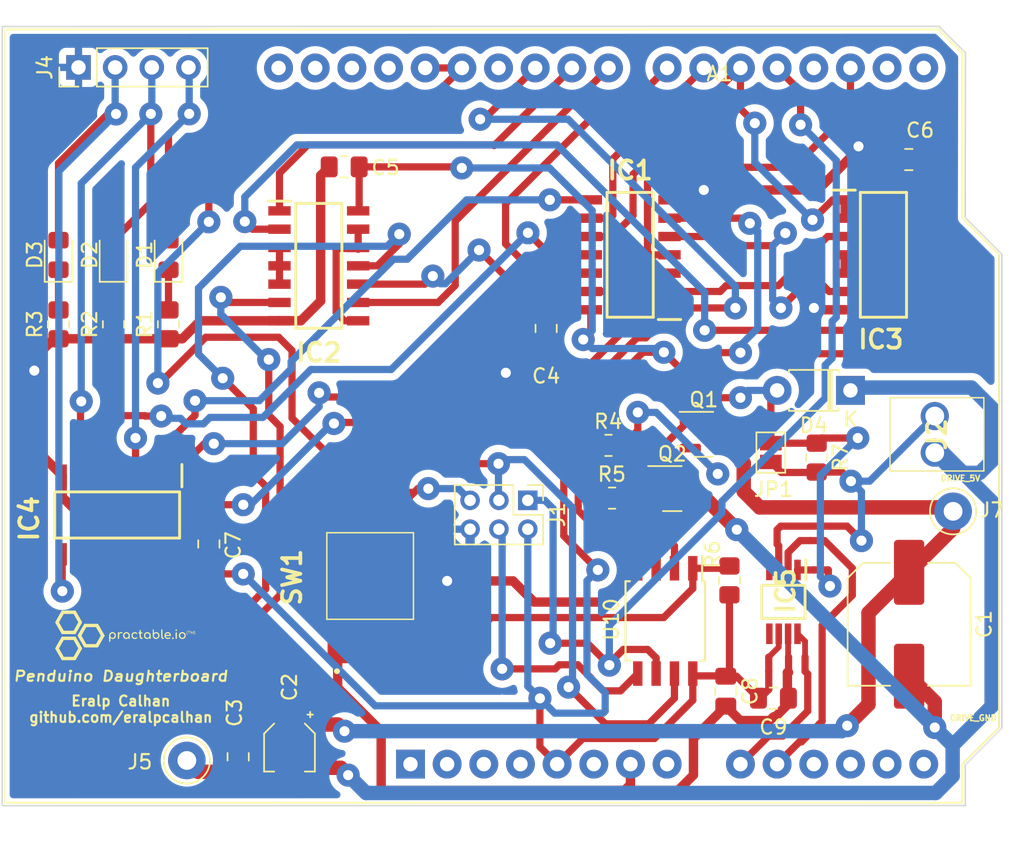
<source format=kicad_pcb>
(kicad_pcb (version 20211014) (generator pcbnew)
  (title_block (title "Driver Daughterboard") (date "2022-06-15") (rev "0"))
  (layers (0 "F.Cu" signal) (31 "B.Cu" signal) (34 "B.Paste" user) (35 "F.Paste" user) (36 "B.SilkS" user "B.Silkscreen") (37 "F.SilkS" user "F.Silkscreen") (38 "B.Mask" user) (39 "F.Mask" user) (44 "Edge.Cuts" user))
  (net 0 "")
  (net 1 "Net-(D1-Pad1)")
  (net 2 "OR_OUT_1")
  (net 3 "Net-(D2-Pad1)")
  (net 4 "OR_OUT_2")
  (net 5 "Net-(D3-Pad1)")
  (net 6 "OR_OUT_3")
  (net 7 "SUP_LED_1")
  (net 8 "INV_1")
  (net 9 "AND_SUP_LED_1")
  (net 10 "SUP_LED_2")
  (net 11 "INV_2")
  (net 12 "AND_SUP_LED_2")
  (net 13 "AND_STU_LED_1")
  (net 14 "STU_LED_1")
  (net 15 "AND_STU_LED_2")
  (net 16 "STU_LED_2")
  (net 17 "SUP_LED_3")
  (net 18 "INV_3")
  (net 19 "Net-(IC2-Pad3)")
  (net 20 "AND_SUP_LED_3")
  (net 21 "Net-(IC2-Pad12)")
  (net 22 "STU_LED_3")
  (net 23 "AND_STU_LED_3")
  (net 30 "Net-(J1-Pad4)")
  (net 31 "Net-(Q1-Pad2)")
  (net 32 "LOAD_MCU")
  (net 51 "Net-(J1-Pad5)")
  (net 52 "DRIVE_MCU")
  (net 53 "STUDENT_ENABLE")
  (net 54 "Net-(Q2-Pad2)")
  (net 55 "D_5V")
  (net 56 "D_GND")
  (net 57 "CURRENT_SENSE_OUT")
  (net 58 "LOAD_INPUT")
  (net 59 "DRIVE_INPUT")
  (net 60 "DRIVE_5V")
  (net 61 "DRIVE_GND")
  (net 62 "Net-(D4-Pad2)")
  (net 63 "Net-(IC5-Pad3)")
  (net 66 "CURRENT_SIGN_OUT")
  (net 67 "Net-(IC5-Pad6)")
  (net 68 "Net-(IC5-Pad1)")
  (net 69 "Net-(IC5-Pad2)")
  (net 70 "Net-(IC5-Pad7)")
  (net 71 "Net-(IC5-Pad8)")
  (net 72 "Net-(J2-Pad2)")
  (footprint "Resistor_SMD:R_0805_2012Metric_Pad1.20x1.40mm_HandSolder" (layer "F.Cu") (at 94.996 75.431 90)
    (fp_text reference "R3")
    (fp_text value "120")
  )
  (footprint "Package_TO_SOT_SMD:SOT-23" (layer "F.Cu") (at 137.5156 86.8172)
    (fp_text reference "Q2")
    (fp_text value "BC547")
  )
  (footprint "Connector_PinHeader_2.54mm:PinHeader_1x04_P2.54mm_Vertical" (layer "F.Cu") (at 96.38 57.62 90)
    (fp_text reference "J4")
    (fp_text value "Conn_01x04")
  )
  (footprint "NetTie:NetTie-2_SMD_Pad0.5mm" (layer "F.Cu") (at 144.201 98.994 -90)
    (fp_text reference "NT1" hide)
    (fp_text value "NetTie_2")
  )
  (footprint "ICPINS:SOIC127P600X175-14N" (layer "F.Cu") (at 152.146 70.612)
    (fp_text reference "IC3")
    (fp_text value "NAND (Used as Inverter)" hide)
  )
  (footprint "NetTie:NetTie-2_SMD_Pad0.5mm" (layer "F.Cu") (at 145.5726 98.986 -90)
    (fp_text reference "NT2" hide)
    (fp_text value "NetTie_2")
  )
  (footprint "ICPINS:SOIC127P600X175-14N" (layer "F.Cu") (at 113.03 71.374)
    (fp_text reference "IC2")
    (fp_text value "NAND (Used as AND)" hide)
  )
  (footprint "Capacitor_SMD:C_0805_2012Metric_Pad1.18x1.45mm_HandSolder" (layer "F.Cu") (at 141.224 100.8595 -90)
    (fp_text reference "C8")
    (fp_text value "100nF")
  )
  (footprint "Package_TO_SOT_SMD:SOT-23" (layer "F.Cu") (at 139.7 83.058)
    (fp_text reference "Q1")
    (fp_text value "BC557")
  )
  (footprint "Resistor_SMD:R_0805_2012Metric_Pad1.20x1.40mm_HandSolder" (layer "F.Cu") (at 98.806 75.431 90)
    (fp_text reference "R2")
    (fp_text value "120")
  )
  (footprint "Capacitor_SMD:C_0805_2012Metric_Pad1.18x1.45mm_HandSolder" (layer "F.Cu") (at 107.442 105.41 -90)
    (fp_text reference "C3")
    (fp_text value "0.1u")
  )
  (footprint "Jumper:SolderJumper-2_P1.3mm_Open_Pad1.0x1.5mm" (layer "F.Cu") (at 144.345739 84.318761 -90)
    (fp_text reference "JP1")
    (fp_text value "Shunt Bypass")
  )
  (footprint "Resistor_SMD:R_0805_2012Metric_Pad1.20x1.40mm_HandSolder" (layer "F.Cu") (at 147.520739 84.668761 -90)
    (fp_text reference "R7")
    (fp_text value "10R")
  )
  (footprint "Capacitor_SMD:C_0805_2012Metric_Pad1.18x1.45mm_HandSolder" (layer "F.Cu") (at 144.526 101.346)
    (fp_text reference "C9")
    (fp_text value "0.1uF")
  )
  (footprint "Connector_PinHeader_2.00mm:PinHeader_2x03_P2.00mm_Vertical" (layer "F.Cu") (at 127.508 87.63 -90)
    (fp_text reference "J1")
    (fp_text value "AVR-ISP-6")
  )
  (footprint "LED_SMD:LED_0805_2012Metric_Pad1.15x1.40mm_HandSolder" (layer "F.Cu") (at 102.616 70.621 90)
    (fp_text reference "D1")
    (fp_text value "LED")
  )
  (footprint "Capacitor_SMD:CP_Elec_3x5.3" (layer "F.Cu") (at 110.998 104.672 -90)
    (fp_text reference "C2")
    (fp_text value "10u")
  )
  (footprint "LED_SMD:LED_0805_2012Metric_Pad1.15x1.40mm_HandSolder" (layer "F.Cu") (at 94.996 70.621 90)
    (fp_text reference "D3")
    (fp_text value "LED")
  )
  (footprint "Diode_THT:D_T-1_P5.08mm_Horizontal" (layer "F.Cu") (at 149.86 80.01 180)
    (fp_text reference "D4")
    (fp_text value "1N4002")
  )
  (footprint "Resistor_SMD:R_0805_2012Metric_Pad1.20x1.40mm_HandSolder" (layer "F.Cu") (at 141.478 93.1805 -90)
    (fp_text reference "R6")
    (fp_text value "100k")
  )
  (footprint "NetTie:NetTie-2_SMD_Pad0.5mm" (layer "F.Cu") (at 144.78 90.17 -90)
    (fp_text reference "NT4" hide)
    (fp_text value "NetTie_2")
  )
  (footprint "LED_SMD:LED_0805_2012Metric_Pad1.15x1.40mm_HandSolder" (layer "F.Cu") (at 98.806 70.621 90)
    (fp_text reference "D2")
    (fp_text value "LED")
  )
  (footprint "000_Graphics_Immo:practactable.io_text_10x4" (layer "F.Cu") (at 99.568 97.028)
    (fp_text reference "G***" hide)
    (fp_text value "LOGO" hide)
  )
  (footprint "Capacitor_SMD:C_0805_2012Metric_Pad1.18x1.45mm_HandSolder" (layer "F.Cu") (at 114.7865 64.516 180)
    (fp_text reference "C5")
    (fp_text value "100nF")
  )
  (footprint "Package_SO:SOIC-8W_5.3x5.3mm_P1.27mm" (layer "F.Cu") (at 137.033 95.9905 -90)
    (fp_text reference "U10")
    (fp_text value "ATtiny85-20S")
  )
  (footprint "Audio_Module:Infineon Motor Sheild hiddenPins" (layer "F.Cu") (at 99.695 86.233 90)
    (fp_text reference "A1")
    (fp_text value "Infineon Motor Shield MOD" hide)
  )
  (footprint "Capacitor_SMD:C_0805_2012Metric_Pad1.18x1.45mm_HandSolder" (layer "F.Cu") (at 128.778 75.7135 -90)
    (fp_text reference "C4")
    (fp_text value "100nF")
  )
  (footprint "Capacitor_SMD:C_0805_2012Metric_Pad1.18x1.45mm_HandSolder" (layer "F.Cu") (at 105.41 90.6565 90)
    (fp_text reference "C7")
    (fp_text value "100nF")
  )
  (footprint "ICPINS:SOIC127P600X175-14N" (layer "F.Cu") (at 99.06 88.646 -90)
    (fp_text reference "IC4")
    (fp_text value "OR " hide)
  )
  (footprint "Resistor_SMD:R_0805_2012Metric_Pad1.20x1.40mm_HandSolder" (layer "F.Cu") (at 133.35 87.478761 180)
    (fp_text reference "R5")
    (fp_text value "2k2")
  )
  (footprint "Resistor_SMD:R_0805_2012Metric_Pad1.20x1.40mm_HandSolder" (layer "F.Cu") (at 133.096 83.82 180)
    (fp_text reference "R4")
    (fp_text value "2k2")
  )
  (footprint "Connector_Pin:Pin_D1.3mm_L11.0mm" (layer "F.Cu") (at 156.972 88.392 -90)
    (fp_text reference "J7")
    (fp_text value "DRIVE_5V_IN")
  )
  (footprint "Connector_Pin:Pin_D1.3mm_L11.0mm" (layer "F.Cu") (at 103.886 105.664 -90)
    (fp_text reference "J5")
    (fp_text value "DRIVE_GND")
  )
  (footprint "NetTie:NetTie-2_SMD_Pad0.5mm" (layer "F.Cu") (at 147.828 92.456 180)
    (fp_text reference "NT5" hide)
    (fp_text value "NetTie_2")
  )
  (footprint "Capacitor_SMD:C_Elec_8x10.2" (layer "F.Cu") (at 153.924 96.222 -90)
    (fp_text reference "C1")
    (fp_text value "470u")
  )
  (footprint "Button_Switch_SMD:13019319" (layer "F.Cu") (at 116.586 93.726 90)
    (fp_text reference "SW1")
    (fp_text value "SW_Push" hide)
  )
  (footprint "Connector_Molex:RSPROPenduinoTerminal" (layer "F.Cu") (at 155.702 84.328 90)
    (fp_text reference "J2")
    (fp_text value "Coil" hide)
  )
  (footprint "Resistor_SMD:R_0805_2012Metric_Pad1.20x1.40mm_HandSolder" (layer "F.Cu") (at 102.616 75.431 90)
    (fp_text reference "R1")
    (fp_text value "120")
  )
  (footprint "Capacitor_SMD:C_0805_2012Metric_Pad1.18x1.45mm_HandSolder" (layer "F.Cu") (at 153.9025 64.008 180)
    (fp_text reference "C6")
    (fp_text value "100nF")
  )
  (footprint "ICPINS:SOIC127P600X175-14N" (layer "F.Cu") (at 134.5985 70.612 180)
    (fp_text reference "IC1")
    (fp_text value "AND GATES" hide)
  )
  (footprint "NetTie:NetTie-2_SMD_Pad0.5mm" (layer "F.Cu") (at 146.7156 98.986 -90)
    (fp_text reference "NT6" hide)
    (fp_text value "NetTie_2")
  )
  (footprint "Sensor_Current:SOP65P490X110-8N" (layer "F.Cu") (at 145.217 94.668 -90)
    (fp_text reference "IC5")
    (fp_text value "MAX9928FAUA+" hide)
  )
  (footprint "NetTie:NetTie-2_SMD_Pad0.5mm" (layer "F.Cu") (at 147.574 90.424 180)
    (fp_text reference "NT3" hide)
    (fp_text value "NetTie_2")
  )
  (gr_line (start 156.012 54.796) (end 155.992 54.776) (layer "Edge.Cuts") (width 0.1))
  (gr_line (start 157.822 105.966) (end 160.352 103.416) (layer "Edge.Cuts") (width 0.1))
  (gr_line (start 160.352 103.416) (end 160.352 70.576) (layer "Edge.Cuts") (width 0.1))
  (gr_line (start 160.352 70.576) (end 157.812 68.036) (layer "Edge.Cuts") (width 0.1))
  (gr_line (start 157.812 68.036) (end 157.832 56.606) (layer "Edge.Cuts") (width 0.1))
  (gr_line (start 91.102 108.776) (end 91.102 108.796) (layer "Edge.Cuts") (width 0.1))
  (gr_line (start 91.102 108.796) (end 157.802 108.786) (layer "Edge.Cuts") (width 0.1))
  (gr_line (start 157.802 108.786) (end 157.822 108.786) (layer "Edge.Cuts") (width 0.1))
  (gr_line (start 91.102 54.786) (end 91.102 108.776) (layer "Edge.Cuts") (width 0.1))
  (gr_line (start 157.822 108.786) (end 157.822 105.966) (layer "Edge.Cuts") (width 0.1))
  (gr_line (start 155.992 54.776) (end 91.102 54.786) (layer "Edge.Cuts") (width 0.1))
  (gr_line (start 157.832 56.606) (end 156.012 54.796) (layer "Edge.Cuts") (width 0.1))
  (gr_text "Penduino Daughterboard" (at 99.314 99.822) (layer "F.SilkS") (effects (font (size 0.7 0.8) (thickness 0.15) italic)))
  (gr_text "Eralp Calhan\ngithub.com/eralpcalhan\n" (at 99.314 102.108) (layer "F.SilkS") (effects (font (size 0.7 0.7))))
  (gr_text "DRIVE_GND" (at 158.369 102.7176) (layer "F.SilkS") (effects (font (size 0.4 0.4) (thickness 0.1))))
  (gr_text "DRIVE_5V" (at 157.48 86.106) (layer "F.SilkS") (effects (font (size 0.4 0.4) (thickness 0.1))))
  (segment (start 102.616 71.646) (end 102.616 74.431) (width 0.5) (layer "F.Cu") (net 1))
  (segment (start 100.33 85.921) (end 100.33 83.312) (width 0.5) (layer "F.Cu") (net 2))
  (segment (start 102.616 69.596) (end 102.616 62.274) (width 0.5) (layer "F.Cu") (net 2))
  (segment (start 102.616 62.274) (end 104.05 60.84) (width 0.5) (layer "F.Cu") (net 2))
  (via (at 100.33 83.312) (size 1.6) (drill 0.7) (layers "F.Cu" "B.Cu") (net 2))
  (via (at 104.05 60.84) (size 1.6) (drill 0.7) (layers "F.Cu" "B.Cu") (net 2))
  (segment (start 104.05 57.67) (end 104 57.62) (width 0.5) (layer "B.Cu") (net 2))
  (segment (start 100.33 83.312) (end 100.33 64.56) (width 0.5) (layer "B.Cu") (net 2))
  (segment (start 104.05 60.84) (end 104.05 57.67) (width 0.5) (layer "B.Cu") (net 2))
  (segment (start 100.33 64.56) (end 104.05 60.84) (width 0.5) (layer "B.Cu") (net 2))
  (segment (start 98.806 71.646) (end 98.806 74.431) (width 0.5) (layer "F.Cu") (net 3))
  (segment (start 96.52 80.8229) (end 96.5709 80.772) (width 0.5) (layer "F.Cu") (net 4))
  (segment (start 101.39 67.012) (end 101.39 60.84) (width 0.5) (layer "F.Cu") (net 4))
  (segment (start 96.52 85.921) (end 96.52 80.8229) (width 0.5) (layer "F.Cu") (net 4))
  (segment (start 98.806 69.596) (end 101.39 67.012) (width 0.5) (layer "F.Cu") (net 4))
  (via (at 101.39 60.84) (size 1.6) (drill 0.7) (layers "F.Cu" "B.Cu") (net 4))
  (via (at 96.5709 80.772) (size 1.6) (drill 0.7) (layers "F.Cu" "B.Cu") (net 4))
  (segment (start 96.5709 80.772) (end 96.5709 65.6591) (width 0.5) (layer "B.Cu") (net 4))
  (segment (start 101.46 57.62) (end 101.46 60.77) (width 0.5) (layer "B.Cu") (net 4))
  (segment (start 96.5709 65.6591) (end 101.39 60.84) (width 0.5) (layer "B.Cu") (net 4))
  (segment (start 94.996 71.646) (end 94.996 74.431) (width 0.5) (layer "F.Cu") (net 5))
  (segment (start 94.996 64.264) (end 98.41 60.85) (width 0.5) (layer "F.Cu") (net 6))
  (segment (start 95.25 91.371) (end 95.25 93.914477) (width 0.5) (layer "F.Cu") (net 6))
  (segment (start 98.41 60.85) (end 98.98 60.85) (width 0.5) (layer "F.Cu") (net 6))
  (segment (start 95.25 93.914477) (end 95.260813 93.92529) (width 0.5) (layer "F.Cu") (net 6))
  (segment (start 94.996 69.596) (end 94.996 64.264) (width 0.5) (layer "F.Cu") (net 6))
  (via (at 95.260813 93.92529) (size 1.6) (drill 0.7) (layers "F.Cu" "B.Cu") (net 6))
  (via (at 98.98 60.85) (size 1.6) (drill 0.7) (layers "F.Cu" "B.Cu") (net 6))
  (segment (start 95.0214 64.8086) (end 98.98 60.85) (width 0.5) (layer "B.Cu") (net 6))
  (segment (start 95.260813 93.92529) (end 95.0214 93.685877) (width 0.5) (layer "B.Cu") (net 6))
  (segment (start 95.0214 93.685877) (end 95.0214 64.8086) (width 0.5) (layer "B.Cu") (net 6))
  (segment (start 98.92 57.62) (end 98.92 61.09) (width 0.5) (layer "B.Cu") (net 6))
  (segment (start 138.5985 74.422) (end 138.7254 74.2951) (width 0.5) (layer "F.Cu") (net 7))
  (segment (start 128.02 57.658) (end 124.464 61.214) (width 0.5) (layer "F.Cu") (net 7))
  (segment (start 137.3235 74.422) (end 138.5985 74.422) (width 0.5) (layer "F.Cu") (net 7))
  (segment (start 138.7254 74.2951) (end 141.888021 74.2951) (width 0.5) (layer "F.Cu") (net 7))
  (segment (start 124.464 61.214) (end 124.206 61.214) (width 0.5) (layer "F.Cu") (net 7))
  (via (at 141.888021 74.2951) (size 1.6) (drill 0.7) (layers "F.Cu" "B.Cu") (net 7))
  (via (at 124.206 61.214) (size 1.6) (drill 0.7) (layers "F.Cu" "B.Cu") (net 7))
  (segment (start 124.206 61.214) (end 130.302 61.214) (width 0.5) (layer "B.Cu") (net 7))
  (segment (start 141.888021 72.800021) (end 141.888021 74.2951) (width 0.5) (layer "B.Cu") (net 7))
  (segment (start 130.302 61.214) (end 141.888021 72.800021) (width 0.5) (layer "B.Cu") (net 7))
  (segment (start 148.274622 69.342) (end 149.421 69.342) (width 0.5) (layer "F.Cu") (net 8))
  (segment (start 141.246196 72.745599) (end 144.871023 72.745599) (width 0.5) (layer "F.Cu") (net 8))
  (segment (start 144.871023 72.745599) (end 148.274622 69.342) (width 0.5) (layer "F.Cu") (net 8))
  (segment (start 137.3235 73.152) (end 140.839795 73.152) (width 0.5) (layer "F.Cu") (net 8))
  (segment (start 140.839795 73.152) (end 141.246196 72.745599) (width 0.5) (layer "F.Cu") (net 8))
  (segment (start 133.858 76.166956) (end 129.557756 80.4672) (width 0.5) (layer "F.Cu") (net 9))
  (segment (start 135.994478 71.882) (end 133.858 74.018478) (width 0.5) (layer "F.Cu") (net 9))
  (segment (start 113.3348 80.4672) (end 113.049946 80.182346) (width 0.5) (layer "F.Cu") (net 9))
  (segment (start 105.08777 83.70323) (end 105.754345 83.70323) (width 0.5) (layer "F.Cu") (net 9))
  (segment (start 137.3235 71.882) (end 135.994478 71.882) (width 0.5) (layer "F.Cu") (net 9))
  (segment (start 133.858 74.018478) (end 133.858 76.166956) (width 0.5) (layer "F.Cu") (net 9))
  (segment (start 102.87 85.921) (end 105.08777 83.70323) (width 0.5) (layer "F.Cu") (net 9))
  (segment (start 129.557756 80.4672) (end 113.3348 80.4672) (width 0.5) (layer "F.Cu") (net 9))
  (via (at 105.754345 83.70323) (size 1.6) (drill 0.7) (layers "F.Cu" "B.Cu") (net 9))
  (via (at 113.049946 80.182346) (size 1.6) (drill 0.7) (layers "F.Cu" "B.Cu") (net 9))
  (segment (start 105.754345 83.70323) (end 110.484829 83.70323) (width 0.5) (layer "B.Cu") (net 9))
  (segment (start 110.484829 83.70323) (end 113.049946 81.138113) (width 0.5) (layer "B.Cu") (net 9))
  (segment (start 113.049946 81.138113) (end 113.049946 80.182346) (width 0.5) (layer "B.Cu") (net 9))
  (segment (start 135.798989 65.597611) (end 136.853499 64.543101) (width 0.5) (layer "F.Cu") (net 10))
  (segment (start 135.994478 70.612) (end 135.798989 70.416511) (width 0.5) (layer "F.Cu") (net 10))
  (segment (start 136.853499 64.543101) (end 145.940133 64.543101) (width 0.5) (layer "F.Cu") (net 10))
  (segment (start 145.940133 64.543101) (end 149.86 60.623234) (width 0.5) (layer "F.Cu") (net 10))
  (segment (start 135.798989 70.416511) (end 135.798989 65.597611) (width 0.5) (layer "F.Cu") (net 10))
  (segment (start 149.86 60.623234) (end 149.86 57.658) (width 0.5) (layer "F.Cu") (net 10))
  (segment (start 137.3235 70.612) (end 135.994478 70.612) (width 0.5) (layer "F.Cu") (net 10))
  (segment (start 140.319526 69.342) (end 140.953537 69.976011) (width 0.5) (layer "F.Cu") (net 11))
  (segment (start 149.421 73.152) (end 148.378107 73.152) (width 0.5) (layer "F.Cu") (net 11))
  (segment (start 144.480376 69.976011) (end 145.347751 69.108636) (width 0.5) (layer "F.Cu") (net 11))
  (segment (start 147.971706 72.745599) (end 146.591086 72.745599) (width 0.5) (layer "F.Cu") (net 11))
  (segment (start 146.591086 72.745599) (end 145.041585 74.2951) (width 0.5) (layer "F.Cu") (net 11))
  (segment (start 140.953537 69.976011) (end 144.480376 69.976011) (width 0.5) (layer "F.Cu") (net 11))
  (segment (start 137.3235 69.342) (end 140.319526 69.342) (width 0.5) (layer "F.Cu") (net 11))
  (segment (start 148.378107 73.152) (end 147.971706 72.745599) (width 0.5) (layer "F.Cu") (net 11))
  (via (at 145.347751 69.108636) (size 1.6) (drill 0.7) (layers "F.Cu" "B.Cu") (net 11))
  (via (at 145.041585 74.2951) (size 1.6) (drill 0.7) (layers "F.Cu" "B.Cu") (net 11))
  (segment (start 145.347751 69.108636) (end 144.469734 69.986653) (width 0.5) (layer "B.Cu") (net 11))
  (segment (start 144.469734 73.723249) (end 145.041585 74.2951) (width 0.5) (layer "B.Cu") (net 11))
  (segment (start 144.469734 69.986653) (end 144.469734 73.723249) (width 0.5) (layer "B.Cu") (net 11))
  (segment (start 142.24 77.3941) (end 139.117907 77.3941) (width 0.5) (layer "F.Cu") (net 12))
  (segment (start 142.536118 68.072) (end 137.3235 68.072) (width 0.5) (layer "F.Cu") (net 12))
  (segment (start 136.229396 75.817299) (end 135.679407 76.367288) (width 0.5) (layer "F.Cu") (net 12))
  (segment (start 99.06 85.921) (end 99.06 87.250022) (width 0.5) (layer "F.Cu") (net 12))
  (segment (start 142.890618 68.4265) (end 142.536118 68.072) (width 0.5) (layer "F.Cu") (net 12))
  (segment (start 135.07119 76.367288) (end 129.207196 82.231282) (width 0.5) (layer "F.Cu") (net 12))
  (segment (start 139.117907 77.3941) (end 138.210232 76.486425) (width 0.5) (layer "F.Cu") (net 12))
  (segment (start 138.210232 76.486425) (end 138.210232 76.435625) (width 0.5) (layer "F.Cu") (net 12))
  (segment (start 114.148102 82.231282) (end 114.077392 82.301992) (width 0.5) (layer "F.Cu") (net 12))
  (segment (start 99.06 87.250022) (end 99.744778 87.9348) (width 0.5) (layer "F.Cu") (net 12))
  (segment (start 129.207196 82.231282) (end 114.148102 82.231282) (width 0.5) (layer "F.Cu") (net 12))
  (segment (start 138.210232 76.435625) (end 137.591906 75.817299) (width 0.5) (layer "F.Cu") (net 12))
  (segment (start 99.744778 87.9348) (end 107.7975 87.9348) (width 0.5) (layer "F.Cu") (net 12))
  (segment (start 135.679407 76.367288) (end 135.07119 76.367288) (width 0.5) (layer "F.Cu") (net 12))
  (segment (start 137.591906 75.817299) (end 136.229396 75.817299) (width 0.5) (layer "F.Cu") (net 12))
  (via (at 107.7975 87.9348) (size 1.6) (drill 0.7) (layers "F.Cu" "B.Cu") (net 12))
  (via (at 142.890618 68.4265) (size 1.6) (drill 0.7) (layers "F.Cu" "B.Cu") (net 12))
  (via (at 114.077392 82.301992) (size 1.6) (drill 0.7) (layers "F.Cu" "B.Cu") (net 12))
  (via (at 142.24 77.3941) (size 1.6) (drill 0.7) (layers "F.Cu" "B.Cu") (net 12))
  (segment (start 142.24 76.888445) (end 143.437521 75.690924) (width 0.5) (layer "B.Cu") (net 12))
  (segment (start 142.24 77.3941) (end 142.24 76.888445) (width 0.5) (layer "B.Cu") (net 12))
  (segment (start 113.935972 82.301992) (end 108.303164 87.9348) (width 0.5) (layer "B.Cu") (net 12))
  (segment (start 143.437521 75.690924) (end 143.437521 68.973403) (width 0.5) (layer "B.Cu") (net 12))
  (segment (start 114.077392 82.301992) (end 113.935972 82.301992) (width 0.5) (layer "B.Cu") (net 12))
  (segment (start 108.303164 87.9348) (end 107.7975 87.9348) (width 0.5) (layer "B.Cu") (net 12))
  (segment (start 143.437521 68.973403) (end 142.890618 68.4265) (width 0.5) (layer "B.Cu") (net 12))
  (segment (start 101.6 84.591978) (end 104.454605 81.737373) (width 0.5) (layer "F.Cu") (net 13))
  (segment (start 131.8735 66.802) (end 129.032 66.802) (width 0.5) (layer "F.Cu") (net 13))
  (segment (start 104.454605 81.737373) (end 104.454605 80.724442) (width 0.5) (layer "F.Cu") (net 13))
  (segment (start 101.6 85.921) (end 101.6 84.591978) (width 0.5) (layer "F.Cu") (net 13))
  (via (at 129.032 66.802) (size 1.6) (drill 0.7) (layers "F.Cu" "B.Cu") (net 13))
  (via (at 104.454605 80.724442) (size 1.6) (drill 0.7) (layers "F.Cu" "B.Cu") (net 13))
  (segment (start 108.903003 80.724442) (end 104.454605 80.724442) (width 0.5) (layer "B.Cu") (net 13))
  (segment (start 118.204775 70.916699) (end 111.11072 78.010754) (width 0.5) (layer "B.Cu") (net 13))
  (segment (start 111.11072 78.010754) (end 111.11072 78.516725) (width 0.5) (layer "B.Cu") (net 13))
  (segment (start 129.032 66.802) (end 123.271595 66.802) (width 0.5) (layer "B.Cu") (net 13))
  (segment (start 111.11072 78.516725) (end 108.903003 80.724442) (width 0.5) (layer "B.Cu") (net 13))
  (segment (start 123.271595 66.802) (end 119.156896 70.916699) (width 0.5) (layer "B.Cu") (net 13))
  (segment (start 119.156896 70.916699) (end 118.204775 70.916699) (width 0.5) (layer "B.Cu") (net 13))
  (segment (start 133.398011 67.876511) (end 133.202522 68.072) (width 0.5) (layer "F.Cu") (net 14))
  (segment (start 139.7 57.658) (end 133.398011 63.959989) (width 0.5) (layer "F.Cu") (net 14))
  (segment (start 133.202522 68.072) (end 131.8735 68.072) (width 0.5) (layer "F.Cu") (net 14))
  (segment (start 133.398011 63.959989) (end 133.398011 67.876511) (width 0.5) (layer "F.Cu") (net 14))
  (segment (start 102.108 81.788) (end 100.997341 81.788) (width 0.5) (layer "F.Cu") (net 15))
  (segment (start 97.79 83.312) (end 97.79 85.921) (width 0.5) (layer "F.Cu") (net 15))
  (segment (start 100.97183 81.762489) (end 99.339511 81.762489) (width 0.5) (layer "F.Cu") (net 15))
  (segment (start 99.339511 81.762489) (end 97.79 83.312) (width 0.5) (layer "F.Cu") (net 15))
  (segment (start 127.51702 69.088) (end 129.04102 70.612) (width 0.5) (layer "F.Cu") (net 15))
  (segment (start 129.04102 70.612) (end 131.8735 70.612) (width 0.5) (layer "F.Cu") (net 15))
  (segment (start 100.997341 81.788) (end 100.97183 81.762489) (width 0.5) (layer "F.Cu") (net 15))
  (via (at 102.108 81.788) (size 1.6) (drill 0.7) (layers "F.Cu" "B.Cu") (net 15))
  (via (at 127.51702 69.088) (size 1.6) (drill 0.7) (layers "F.Cu" "B.Cu") (net 15))
  (segment (start 103.449637 81.942679) (end 103.83655 82.329592) (width 0.5) (layer "B.Cu") (net 15))
  (segment (start 102.262679 81.942679) (end 103.449637 81.942679) (width 0.5) (layer "B.Cu") (net 15))
  (segment (start 118.044521 78.560499) (end 127.51702 69.088) (width 0.5) (layer "B.Cu") (net 15))
  (segment (start 103.83655 82.329592) (end 105.037358 82.329592) (width 0.5) (layer "B.Cu") (net 15))
  (segment (start 112.480468 78.560499) (end 118.044521 78.560499) (width 0.5) (layer "B.Cu") (net 15))
  (segment (start 109.161365 81.879602) (end 112.480468 78.560499) (width 0.5) (layer "B.Cu") (net 15))
  (segment (start 105.037358 82.329592) (end 105.487348 81.879602) (width 0.5) (layer "B.Cu") (net 15))
  (segment (start 102.108 81.788) (end 102.262679 81.942679) (width 0.5) (layer "B.Cu") (net 15))
  (segment (start 105.487348 81.879602) (end 109.161365 81.879602) (width 0.5) (layer "B.Cu") (net 15))
  (segment (start 127.99952 71.882) (end 131.8735 71.882) (width 0.5) (layer "F.Cu") (net 16))
  (segment (start 137.16 57.658) (end 134.874 59.944) (width 0.5) (layer "F.Cu") (net 16))
  (segment (start 134.874 59.944) (end 133.096 59.944) (width 0.5) (layer "F.Cu") (net 16))
  (segment (start 125.96752 69.85) (end 127.99952 71.882) (width 0.5) (layer "F.Cu") (net 16))
  (segment (start 133.096 59.944) (end 125.96752 67.07248) (width 0.5) (layer "F.Cu") (net 16))
  (segment (start 125.96752 67.07248) (end 125.96752 69.85) (width 0.5) (layer "F.Cu") (net 16))
  (segment (start 110.305 64.955) (end 112.268 62.992) (width 0.5) (layer "F.Cu") (net 17))
  (segment (start 130.56 57.658) (end 125.17652 63.04148) (width 0.5) (layer "F.Cu") (net 17))
  (segment (start 110.305 67.564) (end 110.305 64.955) (width 0.5) (layer "F.Cu") (net 17))
  (segment (start 112.268 62.992) (end 125.12704 62.992) (width 0.5) (layer "F.Cu") (net 17))
  (segment (start 108.427736 68.834) (end 110.305 68.834) (width 0.5) (layer "F.Cu") (net 18))
  (segment (start 153.4484 75.8446) (end 139.759733 75.8446) (width 0.5) (layer "F.Cu") (net 18))
  (segment (start 107.900917 68.307181) (end 108.427736 68.834) (width 0.5) (layer "F.Cu") (net 18))
  (segment (start 154.871 74.422) (end 153.4484 75.8446) (width 0.5) (layer "F.Cu") (net 18))
  (via (at 139.759733 75.8446) (size 1.6) (drill 0.7) (layers "F.Cu" "B.Cu") (net 18))
  (via (at 107.900917 68.307181) (size 1.6) (drill 0.7) (layers "F.Cu" "B.Cu") (net 18))
  (segment (start 139.759733 73.211733) (end 139.759733 75.8446) (width 0.5) (layer "B.Cu") (net 18))
  (segment (start 111.506 62.992) (end 129.54 62.992) (width 0.5) (layer "B.Cu") (net 18))
  (segment (start 107.900917 68.307181) (end 107.900917 66.597083) (width 0.5) (layer "B.Cu") (net 18))
  (segment (start 107.900917 66.597083) (end 111.506 62.992) (width 0.5) (layer "B.Cu") (net 18))
  (segment (start 129.54 62.992) (end 139.759733 73.211733) (width 0.5) (layer "B.Cu") (net 18))
  (segment (start 110.305 70.104) (end 110.305 71.374) (width 0.5) (layer "F.Cu") (net 19))
  (segment (start 110.305 71.374) (end 110.305 72.644) (width 0.5) (layer "F.Cu") (net 19))
  (segment (start 110.346511 82.517138) (end 110.346511 94.190811) (width 0.5) (layer "F.Cu") (net 20))
  (segment (start 108.753922 95.7834) (end 101.253278 95.7834) (width 0.5) (layer "F.Cu") (net 20))
  (segment (start 109.561219 81.731846) (end 110.346511 82.517138) (width 0.5) (layer "F.Cu") (net 20))
  (segment (start 109.561219 77.8749) (end 109.561219 81.731846) (width 0.5) (layer "F.Cu") (net 20))
  (segment (start 110.305 73.914) (end 106.59721 73.914) (width 0.5) (layer "F.Cu") (net 20))
  (segment (start 110.346511 94.190811) (end 108.753922 95.7834) (width 0.5) (layer "F.Cu") (net 20))
  (segment (start 101.253278 95.7834) (end 99.364909 93.895031) (width 0.5) (layer "F.Cu") (net 20))
  (segment (start 99.364909 93.895031) (end 97.571474 93.89503) (width 0.5) (layer "F.Cu") (net 20))
  (segment (start 106.59721 73.914) (end 106.24271 73.5595) (width 0.5) (layer "F.Cu") (net 20))
  (segment (start 96.52 92.843556) (end 96.52 91.371) (width 0.5) (layer "F.Cu") (net 20))
  (segment (start 97.571474 93.89503) (end 96.52 92.843556) (width 0.5) (layer "F.Cu") (net 20))
  (via (at 109.561219 77.8749) (size 1.6) (drill 0.7) (layers "F.Cu" "B.Cu") (net 20))
  (via (at 106.24271 73.5595) (size 1.6) (drill 0.7) (layers "F.Cu" "B.Cu") (net 20))
  (segment (start 109.561219 77.8749) (end 109.3964 77.8749) (width 0.5) (layer "B.Cu") (net 20))
  (segment (start 109.3964 77.8749) (end 106.24271 74.72121) (width 0.5) (layer "B.Cu") (net 20))
  (segment (start 106.24271 74.72121) (end 106.24271 73.5595) (width 0.5) (layer "B.Cu") (net 20))
  (segment (start 114.230489 70.299489) (end 114.230489 74.606489) (width 0.5) (layer "F.Cu") (net 21))
  (segment (start 115.755 70.173) (end 114.356978 70.173) (width 0.5) (layer "F.Cu") (net 21))
  (segment (start 114.356978 70.173) (end 114.230489 70.299489) (width 0.5) (layer "F.Cu") (net 21))
  (segment (start 115.755 68.834) (end 115.755 70.230489) (width 0.5) (layer "F.Cu") (net 21))
  (segment (start 114.230489 74.606489) (end 114.808 75.184) (width 0.5) (layer "F.Cu") (net 21))
  (segment (start 114.808 75.184) (end 115.755 75.184) (width 0.5) (layer "F.Cu") (net 21))
  (segment (start 122.478901 68.279099) (end 133.1 57.658) (width 0.5) (layer "F.Cu") (net 22))
  (segment (start 121.291926 73.914) (end 122.478901 72.727025) (width 0.5) (layer "F.Cu") (net 22))
  (segment (start 122.478901 72.727025) (end 122.478901 68.279099) (width 0.5) (layer "F.Cu") (net 22))
  (segment (start 115.755 73.914) (end 121.291926 73.914) (width 0.5) (layer "F.Cu") (net 22))
  (segment (start 109.347 93.7768) (end 108.339911 94.783889) (width 0.5) (layer "F.Cu") (net 23))
  (segment (start 101.667289 94.783889) (end 99.778911 92.895511) (width 0.5) (layer "F.Cu") (net 23))
  (segment (start 106.371642 79.167862) (end 108.487779 81.283999) (width 0.5) (layer "F.Cu") (net 23))
  (segment (start 108.487779 81.283999) (end 108.487779 85.784379) (width 0.5) (layer "F.Cu") (net 23))
  (segment (start 117.084022 71.374) (end 118.603208 69.854814) (width 0.5) (layer "F.Cu") (net 23))
  (segment (start 118.603208 69.854814) (end 118.603208 69.179383) (width 0.5) (layer "F.Cu") (net 23))
  (segment (start 97.79 92.700022) (end 97.79 91.371) (width 0.5) (layer "F.Cu") (net 23))
  (segment (start 115.755 71.374) (end 117.084022 71.374) (width 0.5) (layer "F.Cu") (net 23))
  (segment (start 108.487779 85.784379) (end 109.347 86.6436) (width 0.5) (layer "F.Cu") (net 23))
  (segment (start 109.347 86.6436) (end 109.347 93.7768) (width 0.5) (layer "F.Cu") (net 23))
  (segment (start 97.985489 92.895511) (end 97.79 92.700022) (width 0.5) (layer "F.Cu") (net 23))
  (segment (start 99.778911 92.895511) (end 97.985489 92.895511) (width 0.5) (layer "F.Cu") (net 23))
  (segment (start 108.339911 94.783889) (end 101.667289 94.783889) (width 0.5) (layer "F.Cu") (net 23))
  (via (at 106.371642 79.167862) (size 1.6) (drill 0.7) (layers "F.Cu" "B.Cu") (net 23))
  (via (at 118.603208 69.179383) (size 1.6) (drill 0.7) (layers "F.Cu" "B.Cu") (net 23))
  (segment (start 106.371642 79.167862) (end 104.693209 77.489429) (width 0.5) (layer "B.Cu") (net 23))
  (segment (start 104.693209 72.917675) (end 107.592096 70.018788) (width 0.5) (layer "B.Cu") (net 23))
  (segment (start 107.592096 70.018788) (end 117.763803 70.018788) (width 0.5) (layer "B.Cu") (net 23))
  (segment (start 104.693209 77.489429) (end 104.693209 72.917675) (width 0.5) (layer "B.Cu") (net 23))
  (segment (start 117.763803 70.018788) (end 118.603208 69.179383) (width 0.5) (layer "B.Cu") (net 23))
  (segment (start 131.882313 99.937164) (end 131.882313 99.972972) (width 0.5) (layer "F.Cu") (net 30))
  (segment (start 131.882313 99.972972) (end 132.747341 100.838) (width 0.5) (layer "F.Cu") (net 30))
  (segment (start 125.73 99.314) (end 129.406475 99.314) (width 0.5) (layer "F.Cu") (net 30))
  (segment (start 130.974637 99.029488) (end 131.882313 99.937164) (width 0.5) (layer "F.Cu") (net 30))
  (segment (start 133.9305 100.838) (end 135.128 99.6405) (width 0.5) (layer "F.Cu") (net 30))
  (segment (start 132.747341 100.838) (end 133.9305 100.838) (width 0.5) (layer "F.Cu") (net 30))
  (segment (start 129.690987 99.029488) (end 130.974637 99.029488) (width 0.5) (layer "F.Cu") (net 30))
  (segment (start 129.406475 99.314) (end 129.690987 99.029488) (width 0.5) (layer "F.Cu") (net 30))
  (via (at 125.73 99.314) (size 1.6) (drill 0.7) (layers "F.Cu" "B.Cu") (net 30))
  (segment (start 125.698 89.63) (end 125.73 89.662) (width 0.5) (layer "B.Cu") (net 30))
  (segment (start 125.508 89.63) (end 125.698 89.63) (width 0.5) (layer "B.Cu") (net 30))
  (segment (start 125.73 89.662) (end 125.73 99.314) (width 0.5) (layer "B.Cu") (net 30))
  (segment (start 138.876878 84.008) (end 140.666965 85.798087) (width 0.5) (layer "F.Cu") (net 31))
  (segment (start 138.7625 84.008) (end 138.876878 84.008) (width 0.5) (layer "F.Cu") (net 31))
  (segment (start 135.128 81.534) (end 135.128 82.788) (width 0.5) (layer "F.Cu") (net 31))
  (segment (start 135.128 82.788) (end 134.096 83.82) (width 0.5) (layer "F.Cu") (net 31))
  (via (at 135.128 81.534) (size 1.6) (drill 0.7) (layers "F.Cu" "B.Cu") (net 31))
  (via (at 140.666965 85.798087) (size 1.6) (drill 0.7) (layers "F.Cu" "B.Cu") (net 31))
  (segment (start 140.666965 85.798087) (end 136.402878 81.534) (width 0.5) (layer "B.Cu") (net 31))
  (segment (start 136.402878 81.534) (end 135.128 81.534) (width 0.5) (layer "B.Cu") (net 31))
  (segment (start 132.35 87.692295) (end 133.993938 89.336233) (width 0.5) (layer "F.Cu") (net 32))
  (segment (start 133.993938 89.336233) (end 136.211289 89.336233) (width 0.5) (layer "F.Cu") (net 32))
  (segment (start 132.35 87.478761) (end 132.35 87.692295) (width 0.5) (layer "F.Cu") (net 32))
  (segment (start 137.668 90.792944) (end 137.668 92.3405) (width 0.5) (layer "F.Cu") (net 32))
  (segment (start 136.211289 89.336233) (end 137.668 90.792944) (width 0.5) (layer "F.Cu") (net 32))
  (segment (start 141.318 92.3405) (end 141.478 92.1805) (width 0.5) (layer "F.Cu") (net 51))
  (segment (start 122.85 97.876) (end 118.836 97.876) (width 0.5) (layer "F.Cu") (net 51))
  (segment (start 136.924522 95.758) (end 124.968 95.758) (width 0.5) (layer "F.Cu") (net 51))
  (segment (start 138.938 92.3405) (end 141.318 92.3405) (width 0.5) (layer "F.Cu") (net 51))
  (segment (start 118.836 87.876) (end 118.836 97.876) (width 0.5) (layer "F.Cu") (net 51))
  (segment (start 138.938 93.744522) (end 136.924522 95.758) (width 0.5) (layer "F.Cu") (net 51))
  (segment (start 138.938 92.3405) (end 138.938 93.744522) (width 0.5) (layer "F.Cu") (net 51))
  (segment (start 124.968 95.758) (end 122.85 97.876) (width 0.5) (layer "F.Cu") (net 51))
  (segment (start 119.8931 86.8189) (end 120.615406 86.8189) (width 0.5) (layer "F.Cu") (net 51))
  (segment (start 118.836 87.876) (end 119.8931 86.8189) (width 0.5) (layer "F.Cu") (net 51))
  (via (at 120.615406 86.8189) (size 1.6) (drill 0.7) (layers "F.Cu" "B.Cu") (net 51))
  (segment (start 122.6969 86.8189) (end 120.615406 86.8189) (width 0.5) (layer "B.Cu") (net 51))
  (segment (start 123.508 87.63) (end 122.6969 86.8189) (width 0.5) (layer "B.Cu") (net 51))
  (segment (start 136.202511 90.740989) (end 136.398 90.936478) (width 0.5) (layer "F.Cu") (net 52))
  (segment (start 136.398 90.936478) (end 136.398 92.3405) (width 0.5) (layer "F.Cu") (net 52))
  (segment (start 132.096 83.82) (end 131.00048 84.91552) (width 0.5) (layer "F.Cu") (net 52))
  (segment (start 131.00048 84.91552) (end 131.00048 88.342775) (width 0.5) (layer "F.Cu") (net 52))
  (segment (start 133.398694 90.740989) (end 136.202511 90.740989) (width 0.5) (layer "F.Cu") (net 52))
  (segment (start 131.00048 88.342775) (end 133.398694 90.740989) (width 0.5) (layer "F.Cu") (net 52))
  (segment (start 149.421 70.612) (end 149.421 71.882) (width 0.5) (layer "F.Cu") (net 53))
  (segment (start 149.421 68.072) (end 151.6888 68.072) (width 0.5) (layer "F.Cu") (net 53))
  (segment (start 152.3746 69.723) (end 151.4856 70.612) (width 0.5) (layer "F.Cu") (net 53))
  (segment (start 134.799469 65.032714) (end 134.799469 67.888587) (width 0.5) (layer "F.Cu") (net 53))
  (segment (start 151.4856 70.612) (end 150.750022 70.612) (width 0.5) (layer "F.Cu") (net 53))
  (segment (start 132.842 73.152) (end 131.8735 73.152) (width 0.5) (layer "F.Cu") (net 53))
  (segment (start 131.8735 73.152) (end 127 73.152) (width 0.5) (layer "F.Cu") (net 53))
  (segment (start 134.799469 67.888587) (end 133.346056 69.342) (width 0.5) (layer "F.Cu") (net 53))
  (segment (start 149.421 66.802) (end 148.626167 66.802) (width 0.5) (layer "F.Cu") (net 53))
  (segment (start 154.871 71.882) (end 154.871 73.152) (width 0.5) (layer "F.Cu") (net 53))
  (segment (start 131.8735 69.342) (end 133.202522 69.342) (width 0.5) (layer "F.Cu") (net 53))
  (segment (start 133.202522 69.342) (end 133.398011 69.537489) (width 0.5) (layer "F.Cu") (net 53))
  (segment (start 133.398011 72.595989) (end 132.842 73.152) (width 0.5) (layer "F.Cu") (net 53))
  (segment (start 120.3706 72.644) (end 120.9294 72.0852) (width 0.5) (layer "F.Cu") (net 53))
  (segment (start 149.421 66.802) (end 149.421 68.072) (width 0.5) (layer "F.Cu") (net 53))
  (segment (start 142.24 57.658) (end 142.24 60.489956) (width 0.5) (layer "F.Cu") (net 53))
  (segment (start 115.755 72.644) (end 120.3706 72.644) (width 0.5) (layer "F.Cu") (net 53))
  (segment (start 127 73.152) (end 124.130848 70.282848) (width 0.5) (layer "F.Cu") (net 53))
  (segment (start 133.346056 69.342) (end 131.8735 69.342) (width 0.5) (layer "F.Cu") (net 53))
  (segment (start 142.174183 57.658) (end 134.799469 65.032714) (width 0.5) (layer "F.Cu") (net 53))
  (segment (start 142.24 60.489956) (end 143.234033 61.483989) (width 0.5) (layer "F.Cu") (net 53))
  (segment (start 150.750022 70.612) (end 152.020022 71.882) (width 0.5) (layer "F.Cu") (net 53))
  (segment (start 133.398011 69.537489) (end 133.398011 72.595989) (width 0.5) (layer "F.Cu") (net 53))
  (segment (start 148.626167 66.802) (end 147.236447 68.19172) (width 0.5) (layer "F.Cu") (net 53))
  (segment (start 151.6888 68.072) (end 152.3746 68.7578) (width 0.5) (layer "F.Cu") (net 53))
  (segment (start 152.3746 68.7578) (end 152.3746 69.723) (width 0.5) (layer "F.Cu") (net 53))
  (segment (start 142.24 57.658) (end 142.174183 57.658) (width 0.5) (layer "F.Cu") (net 53))
  (segment (start 150.750022 70.612) (end 149.421 70.612) (width 0.5) (layer "F.Cu") (net 53))
  (segment (start 152.020022 71.882) (end 154.871 71.882) (width 0.5) (layer "F.Cu") (net 53))
  (via (at 120.9294 72.0852) (size 1.6) (drill 0.7) (layers "F.Cu" "B.Cu") (net 53))
  (via (at 143.234033 61.483989) (size 1.6) (drill 0.7) (layers "F.Cu" "B.Cu") (net 53))
  (via (at 124.130848 70.282848) (size 1.6) (drill 0.7) (layers "F.Cu" "B.Cu") (net 53))
  (via (at 147.236447 68.19172) (size 1.6) (drill 0.7) (layers "F.Cu" "B.Cu") (net 53))
  (segment (start 121.4628 72.6186) (end 120.9294 72.0852) (width 0.5) (layer "B.Cu") (net 53))
  (segment (start 147.236447 68.19172) (end 147.218615 68.19172) (width 0.5) (layer "B.Cu") (net 53))
  (segment (start 121.795096 72.6186) (end 121.4628 72.6186) (width 0.5) (layer "B.Cu") (net 53))
  (segment (start 147.218615 68.19172) (end 143.234033 64.207138) (width 0.5) (layer "B.Cu") (net 53))
  (segment (start 143.234033 64.207138) (end 143.234033 61.483989) (width 0.5) (layer "B.Cu") (net 53))
  (segment (start 124.130848 70.282848) (end 121.795096 72.6186) (width 0.5) (layer "B.Cu") (net 53))
  (segment (start 136.289661 87.478761) (end 136.5781 87.7672) (width 0.5) (layer "F.Cu") (net 54))
  (segment (start 134.35 87.478761) (end 136.289661 87.478761) (width 0.5) (layer "F.Cu") (net 54))
  (segment (start 144.201 100.7425) (end 143.4175 101.526) (width 0.5) (layer "F.Cu") (net 55))
  (segment (start 136.287534 104.14) (end 131.318 104.14) (width 0.5) (layer "F.Cu") (net 55))
  (segment (start 115.824 64.516) (end 115.824 67.495) (width 0.5) (layer "F.Cu") (net 55))
  (segment (start 130.000969 82.851031) (end 135.485201 77.366799) (width 0.5) (layer "F.Cu") (net 55))
  (segment (start 143.372206 78.943611) (end 144.845817 77.47) (width 0.5) (layer "F.Cu") (net 55))
  (segment (start 138.938 101.489534) (end 136.287534 104.14) (width 0.5) (layer "F.Cu") (net 55))
  (segment (start 128.346578 104.724578) (end 128.346578 101.355124) (width 0.5) (layer "F.Cu") (net 55))
  (segment (start 131.8735 74.422) (end 131.8735 75.960132) (width 0.5) (layer "F.Cu") (net 55))
  (segment (start 141.4565 99.8005) (end 139.098 99.8005) (width 0.5) (layer "F.Cu") (net 55))
  (segment (start 154.94 66.733) (end 154.871 66.802) (width 0.5) (layer "F.Cu") (net 55))
  (segment (start 115.824 67.495) (end 115.755 67.564) (width 0.5) (layer "F.Cu") (net 55))
  (segment (start 156.718 75.946) (end 156.718 64.8208) (width 0.5) (layer "F.Cu") (net 55))
  (segment (start 135.485201 77.366799) (end 136.933074 77.366799) (width 0.5) (layer "F.Cu") (net 55))
  (segment (start 129.032 74.422) (end 128.778 74.676) (width 0.5) (layer "F.Cu") (net 55))
  (segment (start 138.938 99.6405) (end 138.938 101.489534) (width 0.5) (layer "F.Cu") (net 55))
  (segment (start 155.9052 64.008) (end 154.94 64.008) (width 0.5) (layer "F.Cu") (net 55))
  (segment (start 115.824 64.516) (end 122.86102 64.516) (width 0.5) (layer "F.Cu") (net 55))
  (segment (start 141.224 99.822) (end 141.435 99.822) (width 0.5) (layer "F.Cu") (net 55))
  (segment (start 141.9645 99.822) (end 143.4885 101.346) (width 0.5) (layer "F.Cu") (net 55))
  (segment (start 155.194 77.47) (end 156.718 75.946) (width 0.5) (layer "F.Cu") (net 55))
  (segment (start 131.8735 74.422) (end 129.032 74.422) (width 0.5) (layer "F.Cu") (net 55))
  (segment (start 154.94 64.008) (end 154.94 66.733) (width 0.5) (layer "F.Cu") (net 55))
  (segment (start 136.933074 77.366799) (end 138.509886 78.943611) (width 0.5) (layer "F.Cu") (net 55))
  (segment (start 129.54 105.918) (end 128.346578 104.724578) (width 0.5) (layer "F.Cu") (net 55))
  (segment (start 106.447988 92.731988) (end 107.794088 92.731988) (width 0.5) (layer "F.Cu") (net 55))
  (segment (start 130.000969 90.097469) (end 130.000969 82.851031) (width 0.5) (layer "F.Cu") (net 55))
  (segment (start 139.098 99.8005) (end 138.938 99.6405) (width 0.5) (layer "F.Cu") (net 55))
  (segment (start 138.509886 78.943611) (end 143.372206 78.943611) (width 0.5) (layer "F.Cu") (net 55))
  (segment (start 103.193 91.694) (end 102.87 91.371) (width 0.5) (layer "F.Cu") (net 55))
  (segment (start 132.3595 92.456) (end 130.000969 90.097469) (width 0.5) (layer "F.Cu") (net 55))
  (segment (start 105.41 91.694) (end 106.447988 92.731988) (width 0.5) (layer "F.Cu") (net 55))
  (segment (start 141.478 94.1805) (end 141.478 99.779) (width 0.5) (layer "F.Cu") (net 55))
  (segment (start 131.318 104.14) (end 129.54 105.918) (width 0.5) (layer "F.Cu") (net 55))
  (segment (start 141.435 99.822) (end 141.4565 99.8005) (width 0.5) (layer "F.Cu") (net 55))
  (segment (start 105.41 91.694) (end 103.193 91.694) (width 0.5) (layer "F.Cu") (net 55))
  (segment (start 144.201 99.494) (end 144.201 100.7425) (width 0.5) (layer "F.Cu") (net 55))
  (segment (start 122.86102 64.516) (end 122.936 64.59098) (width 0.5) (layer "F.Cu") (net 55))
  (segment (start 141.224 99.822) (end 141.9645 99.822) (width 0.5) (layer "F.Cu") (net 55))
  (segment (start 156.718 64.8208) (end 155.9052 64.008) (width 0.5) (layer "F.Cu") (net 55))
  (segment (start 141.478 99.779) (end 141.4565 99.8005) (width 0.5) (layer "F.Cu") (net 55))
  (segment (start 131.8735 75.960132) (end 131.348816 76.484816) (width 0.5) (layer "F.Cu") (net 55))
  (segment (start 144.845817 77.47) (end 155.194 77.47) (width 0.5) (layer "F.Cu") (net 55))
  (via (at 122.936 64.59098) (size 1.6) (drill 0.7) (layers "F.Cu" "B.Cu") (net 55))
  (via (at 132.3595 92.456) (size 1.6) (drill 0.7) (layers "F.Cu" "B.Cu") (net 55))
  (via (at 131.348816 76.484816) (size 1.6) (drill 0.7) (layers "F.Cu" "B.Cu") (net 55))
  (via (at 136.933074 77.366799) (size 1.6) (drill 0.7) (layers "F.Cu" "B.Cu") (net 55))
  (via (at 107.794088 92.731988) (size 1.6) (drill 0.7) (layers "F.Cu" "B.Cu") (net 55))
  (via (at 128.346578 101.355124) (size 1.6) (drill 0.7) (layers "F.Cu" "B.Cu") (net 55))
  (segment (start 131.607866 99.698541) (end 132.867511 100.958186) (width 0.5) (layer "B.Cu") (net 55))
  (segment (start 127.508 89.63) (end 127.508 100.516546) (width 0.5) (layer "B.Cu") (net 55))
  (segment (start 116.936589 101.874489) (end 127.827213 101.874489) (width 0.5) (layer "B.Cu") (net 55))
  (segment (start 136.933074 77.366799) (end 136.670673 77.104398) (width 0.5) (layer "B.Cu") (net 55))
  (segment (start 131.968398 75.865234) (end 131.348816 76.484816) (width 0.5) (layer "B.Cu") (net 55))
  (segment (start 122.936 64.59098) (end 129.012321 64.59098) (width 0.5) (layer "B.Cu") (net 55))
  (segment (start 131.968398 77.104398) (end 131.348816 76.484816) (width 0.5) (layer "B.Cu") (net 55))
  (segment (start 132.726852 102.382489) (end 129.373943 102.382489) (width 0.5) (layer "B.Cu") (net 55))
  (segment (start 129.373943 102.382489) (end 128.346578 101.355124) (width 0.5) (layer "B.Cu") (net 55))
  (segment (start 132.867511 102.24183) (end 132.726852 102.382489) (width 0.5) (layer "B.Cu") (net 55))
  (segment (start 131.968398 67.547057) (end 131.968398 75.865234) (width 0.5) (layer "B.Cu") (net 55))
  (segment (start 127.827213 101.874489) (end 128.346578 101.355124) (width 0.5) (layer "B.Cu") (net 55))
  (segment (start 136.670673 77.104398) (end 131.968398 77.104398) (width 0.5) (layer "B.Cu") (net 55))
  (segment (start 131.607866 93.207634) (end 131.607866 99.698541) (width 0.5) (layer "B.Cu") (net 55))
  (segment (start 132.3595 92.456) (end 131.607866 93.207634) (width 0.5) (layer "B.Cu") (net 55))
  (segment (start 129.012321 64.59098) (end 131.968398 67.547057) (width 0.5) (layer "B.Cu") (net 55))
  (segment (start 132.867511 100.958186) (end 132.867511 102.24183) (width 0.5) (layer "B.Cu") (net 55))
  (segment (start 107.794088 92.731988) (end 116.936589 101.874489) (width 0.5) (layer "B.Cu") (net 55))
  (segment (start 127.508 100.516546) (end 128.346578 101.355124) (width 0.5) (layer "B.Cu") (net 55))
  (segment (start 102.616 76.431) (end 103.572334 76.431) (width 0.65) (layer "F.Cu") (net 56))
  (segment (start 117.348 107.535022) (end 117.348 103.632) (width 0.65) (layer "F.Cu") (net 56))
  (segment (start 145.4925 101.526) (end 145.4925 99.5661) (width 0.65) (layer "F.Cu") (net 56))
  (segment (start 138.984511 106.673738) (end 137.915738 107.742511) (width 0.65) (layer "F.Cu") (net 56))
  (segment (start 137.915738 107.742511) (end 133.811489 107.742511) (width 0.65) (layer "F.Cu") (net 56))
  (segment (start 126.7399 78.7891) (end 125.984 78.7891) (width 0.65) (layer "F.Cu") (net 56))
  (segment (start 95.25 87.400022) (end 97.468978 89.619) (width 0.65) (layer "F.Cu") (net 56))
  (segment (start 139.0142 66.802) (end 139.7 66.1162) (width 0.65) (layer "F.Cu") (net 56))
  (segment (start 142.22252 102.89552) (end 141.224 101.897) (width 0.65) (layer "F.Cu") (net 56))
  (segment (start 93.3196 77.7878) (end 93.3196 78.6384) (width 0.65) (layer "F.Cu") (net 56))
  (segment (start 141.224 101.897) (end 138.984511 104.136489) (width 0.65) (layer "F.Cu") (net 56))
  (segment (start 150.4188 63.2968) (end 150.4188 63.0936) (width 0.65) (layer "F.Cu") (net 56))
  (segment (start 103.572334 76.431) (end 104.819334 75.184) (width 0.65) (layer "F.Cu") (net 56))
  (segment (start 102.616 76.431) (end 98.806 76.431) (width 0.65) (layer "F.Cu") (net 56))
  (segment (start 117.348 103.632) (end 114.336 100.62) (width 0.65) (layer "F.Cu") (net 56))
  (segment (start 144.521089 102.645511) (end 144.27108 102.89552) (width 0.65) (layer "F.Cu") (net 56))
  (segment (start 94.996 76.431) (end 94.6764 76.431) (width 0.65) (layer "F.Cu") (net 56))
  (segment (start 95.25 85.921) (end 95.25 87.400022) (width 0.65) (layer "F.Cu") (net 56))
  (segment (start 114.336 100.62) (end 114.336 97.876) (width 0.65) (layer "F.Cu") (net 56))
  (segment (start 135.128 92.3405) (end 132.78502 94.68348) (width 0.65) (layer "F.Cu") (net 56))
  (segment (start 97.468978 89.619) (end 105.41 89.619) (width 0.65) (layer "F.Cu") (net 56))
  (segment (start 145.498089 99.560511) (end 145.5726 99.560511) (width 0.65) (layer "F.Cu") (net 56))
  (segment (start 126.48204 93.218) (end 127.94752 94.68348) (width 0.65) (layer "F.Cu") (net 56))
  (segment (start 152.865 64.008) (end 151.9506 63.0936) (width 0.65) (layer "F.Cu") (net 56))
  (segment (start 113.749 64.516) (end 113.155969 65.109031) (width 0.65) (layer "F.Cu") (net 56))
  (segment (start 149.421 74.422) (end 147.456781 74.422) (width 0.65) (layer "F.Cu") (net 56))
  (segment (start 139.7 66.1162) (end 147.5994 66.1162) (width 0.65) (layer "F.Cu") (net 56))
  (segment (start 138.984511 104.136489) (end 138.984511 106.673738) (width 0.65) (layer "F.Cu") (net 56))
  (segment (start 144.27108 102.89552) (end 142.22252 102.89552) (width 0.65) (layer "F.Cu") (net 56))
  (segment (start 145.5635 101.346) (end 145.5635 101.732522) (width 0.65) (layer "F.Cu") (net 56))
  (segment (start 147.5994 66.1162) (end 150.4188 63.2968) (width 0.65) (layer "F.Cu") (net 56))
  (segment (start 151.9506 63.0936) (end 150.4188 63.0936) (width 0.65) (layer "F.Cu") (net 56))
  (segment (start 134.62 105.918) (end 134.62 107.332213) (width 0.65) (layer "F.Cu") (net 56))
  (segment (start 113.155969 65.109031) (end 113.155969 73.812053) (width 0.65) (layer "F.Cu") (net 56))
  (segment (start 94.996 76.431) (end 98.806 76.431) (width 0.65) (layer "F.Cu") (net 56))
  (segment (start 114.336 87.876) (end 114.336 97.876) (width 0.65) (layer "F.Cu") (net 56))
  (segment (start 121.92 93.218) (end 126.48204 93.218) (width 0.65) (layer "F.Cu") (net 56))
  (segment (start 145.4925 99.5661) (end 145.498089 99.560511) (width 0.65) (layer "F.Cu") (net 56))
  (segment (start 111.784022 75.184) (end 110.305 75.184) (width 0.65) (layer "F.Cu") (net 56))
  (segment (start 93.3196 83.9906) (end 93.3196 78.6384) (width 0.65) (layer "F.Cu") (net 56))
  (segment (start 147.456781 74.422) (end 147.329881 74.2951) (width 0.65) (layer "F.Cu") (net 56))
  (segment (start 132.78502 94.68348) (end 127.94752 94.68348) (width 0.65) (layer "F.Cu") (net 56))
  (segment (start 144.650511 102.645511) (end 144.521089 102.645511) (width 0.65) (layer "F.Cu") (net 56))
  (segment (start 94.6764 76.431) (end 93.3196 77.7878) (width 0.65) (layer "F.Cu") (net 56))
  (segment (start 134.62 107.332213) (end 134.209702 107.742511) (width 0.65) (layer "F.Cu") (net 56))
  (segment (start 145.5635 101.732522) (end 144.650511 102.645511) (width 0.65) (layer "F.Cu") (net 56))
  (segment (start 113.155969 73.812053) (end 111.784022 75.184) (width 0.65) (layer "F.Cu") (net 56))
  (segment (start 104.819334 75.184) (end 110.305 75.184) (width 0.65) (layer "F.Cu") (net 56))
  (segment (start 128.778 76.751) (end 126.7399 78.7891) (width 0.65) (layer "F.Cu") (net 56))
  (segment (start 134.209702 107.742511) (end 117.555489 107.742511) (width 0.65) (layer "F.Cu") (net 56))
  (segment (start 117.555489 107.742511) (end 117.348 107.535022) (width 0.65) (layer "F.Cu") (net 56))
  (segment (start 137.3235 66.802) (end 139.0142 66.802) (width 0.65) (layer "F.Cu") (net 56))
  (segment (start 95.25 85.921) (end 93.3196 83.9906) (width 0.65) (layer "F.Cu") (net 56))
  (via (at 147.329881 74.2951) (size 1.6) (drill 0.7) (layers "F.Cu" "B.Cu") (net 56))
  (via (at 121.92 93.218) (size 1.6) (drill 0.7) (layers "F.Cu" "B.Cu") (net 56))
  (via (at 93.3196 78.6384) (size 1.6) (drill 0.7) (layers "F.Cu" "B.Cu") (net 56))
  (via (at 139.7 66.1162) (size 1.6) (drill 0.7) (layers "F.Cu" "B.Cu") (net 56))
  (via (at 125.984 78.7891) (size 1.6) (drill 0.7) (layers "F.Cu" "B.Cu") (net 56))
  (via (at 150.4188 63.0936) (size 1.6) (drill 0.7) (layers "F.Cu" "B.Cu") (net 56))
  (segment (start 123.508 91.63) (end 121.92 93.218) (width 0.65) (layer "B.Cu") (net 56))
  (segment (start 123.508 89.63) (end 123.508 91.63) (width 0.65) (layer "B.Cu") (net 56))
  (segment (start 144.187969 103.970031) (end 145.165503 103.970031) (width 0.5) (layer "F.Cu") (net 57))
  (segment (start 146.90052 102.235014) (end 146.90052 99.67092) (width 0.5) (layer "F.Cu") (net 57))
  (segment (start 142.24 105.918) (end 144.187969 103.970031) (width 0.5) (layer "F.Cu") (net 57))
  (segment (start 146.90052 99.67092) (end 146.7156 99.486) (width 0.5) (layer "F.Cu") (net 57))
  (segment (start 145.165503 103.970031) (end 146.90052 102.235014) (width 0.5) (layer "F.Cu") (net 57))
  (segment (start 136.398 98.552) (end 136.398 99.6405) (width 0.5) (layer "F.Cu") (net 58))
  (segment (start 129.0575 97.536) (end 131.636666 97.536) (width 0.5) (layer "F.Cu") (net 58))
  (segment (start 131.636666 97.536) (end 133.157377 99.056711) (width 0.5) (layer "F.Cu") (net 58))
  (segment (start 133.157377 98.937101) (end 134.126678 97.9678) (width 0.5) (layer "F.Cu") (net 58))
  (segment (start 134.126678 97.9678) (end 135.8138 97.9678) (width 0.5) (layer "F.Cu") (net 58))
  (segment (start 135.8138 97.9678) (end 136.398 98.552) (width 0.5) (layer "F.Cu") (net 58))
  (segment (start 146.4056 59.2836) (end 146.4056 61.595) (width 0.5) (layer "F.Cu") (net 58))
  (segment (start 133.157377 99.056711) (end 133.157377 98.937101) (width 0.5) (layer "F.Cu") (net 58))
  (segment (start 144.78 57.658) (end 146.4056 59.2836) (width 0.5) (layer "F.Cu") (net 58))
  (via (at 133.157377 99.056711) (size 1.6) (drill 0.7) (layers "F.Cu" "B.Cu") (net 58))
  (via (at 129.0575 97.536) (size 1.6) (drill 0.7) (layers "F.Cu" "B.Cu") (net 58))
  (via (at 146.4056 61.595) (size 1.6) (drill 0.7) (layers "F.Cu" "B.Cu") (net 58))
  (segment (start 129.2605 88.2075) (end 128.683 87.63) (width 0.5) (layer "B.Cu") (net 58))
  (segment (start 148.879392 64.068792) (end 146.4056 61.595) (width 0.5) (layer "B.Cu") (net 58))
  (segment (start 148.59 75.226322) (end 148.879392 74.93693) (width 0.5) (layer "B.Cu") (net 58))
  (segment (start 148.110489 78.260489) (end 148.59 77.780978) (width 0.5) (layer "B.Cu") (net 58))
  (segment (start 129.2605 97.333) (end 129.2605 88.2075) (width 0.5) (layer "B.Cu") (net 58))
  (segment (start 148.59 77.780978) (end 148.59 75.226322) (width 0.5) (layer "B.Cu") (net 58))
  (segment (start 148.879392 74.93693) (end 148.879392 64.068792) (width 0.5) (layer "B.Cu") (net 58))
  (segment (start 133.157377 96.299297) (end 140.956964 88.49971) (width 0.5) (layer "B.Cu") (net 58))
  (segment (start 128.683 87.63) (end 127.508 87.63) (width 0.5) (layer "B.Cu") (net 58))
  (segment (start 140.956964 88.49971) (end 140.956964 87.699412) (width 0.5) (layer "B.Cu") (net 58))
  (segment (start 133.157377 99.056711) (end 133.157377 96.299297) (width 0.5) (layer "B.Cu") (net 58))
  (segment (start 140.956964 87.699412) (end 148.110489 80.545887) (width 0.5) (layer "B.Cu") (net 58))
  (segment (start 148.110489 80.545887) (end 148.110489 78.260489) (width 0.5) (layer "B.Cu") (net 58))
  (segment (start 129.0575 97.536) (end 129.2605 97.333) (width 0.5) (layer "B.Cu") (net 58))
  (segment (start 122.94 57.658) (end 119.384 61.214) (width 0.5) (layer "F.Cu") (net 59))
  (segment (start 135.89 103.124) (end 132.877823 103.124) (width 0.5) (layer "F.Cu") (net 59))
  (segment (start 105.197522 76.3254) (end 110.250134 76.3254) (width 0.5) (layer "F.Cu") (net 59))
  (segment (start 137.668 99.6405) (end 137.668 101.346) (width 0.5) (layer "F.Cu") (net 59))
  (segment (start 102.020922 79.502) (end 105.197522 76.3254) (width 0.5) (layer "F.Cu") (net 59))
  (segment (start 114.332895 85.09) (end 125.476 85.09) (width 0.5) (layer "F.Cu") (net 59))
  (segment (start 137.668 101.346) (end 135.89 103.124) (width 0.5) (layer "F.Cu") (net 59))
  (segment (start 105.41 66.4464) (end 105.41 68.326) (width 0.5) (layer "F.Cu") (net 59))
  (segment (start 120.4 57.658) (end 122.94 57.658) (width 0.5) (layer "F.Cu") (net 59))
  (segment (start 132.877823 103.124) (end 130.332812 100.578989) (width 0.5) (layer "F.Cu") (net 59))
  (segment (start 110.250134 76.3254) (end 111.174099 77.249365) (width 0.5) (layer "F.Cu") (net 59))
  (segment (start 101.8795 79.502) (end 102.020922 79.502) (width 0.5) (layer "F.Cu") (net 59))
  (segment (start 111.174099 81.931204) (end 114.332895 85.09) (width 0.5) (layer "F.Cu") (net 59))
  (segment (start 119.384 61.214) (end 110.6424 61.214) (width 0.5) (layer "F.Cu") (net 59))
  (segment (start 111.174099 77.249365) (end 111.174099 81.931204) (width 0.5) (layer "F.Cu") (net 59))
  (segment (start 110.6424 61.214) (end 105.41 66.4464) (width 0.5) (layer "F.Cu") (net 59))
  (via (at 105.41 68.326) (size 1.6) (drill 0.7) (layers "F.Cu" "B.Cu") (net 59))
  (via (at 130.332812 100.578989) (size 1.6) (drill 0.7) (layers "F.Cu" "B.Cu") (net 59))
  (via (at 101.8795 79.502) (size 1.6) (drill 0.7) (layers "F.Cu" "B.Cu") (net 59))
  (via (at 125.476 85.09) (size 1.6) (drill 0.7) (layers "F.Cu" "B.Cu") (net 59))
  (segment (start 101.8795 71.8565) (end 101.8795 79.502) (width 0.5) (layer "B.Cu") (net 59))
  (segment (start 125.476 85.09) (end 125.7554 84.8106) (width 0.5) (layer "B.Cu") (net 59))
  (segment (start 127.277134 84.8106) (end 130.607011 88.140477) (width 0.5) (layer "B.Cu") (net 59))
  (segment (start 125.508 87.615436) (end 125.508 87.63) (width 0.5) (layer "B.Cu") (net 59))
  (segment (start 125.7554 84.8106) (end 127.277134 84.8106) (width 0.5) (layer "B.Cu") (net 59))
  (segment (start 125.476 85.09) (end 125.476 87.583436) (width 0.5) (layer "B.Cu") (net 59))
  (segment (start 105.41 68.326) (end 101.8795 71.8565) (width 0.5) (layer "B.Cu") (net 59))
  (segment (start 130.607011 88.140477) (end 130.607011 100.30479) (width 0.5) (layer "B.Cu") (net 59))
  (segment (start 125.476 87.583436) (end 125.508 87.615436) (width 0.5) (layer "B.Cu") (net 59))
  (segment (start 130.607011 100.30479) (end 130.332812 100.578989) (width 0.5) (layer "B.Cu") (net 59))
  (segment (start 156.972 88.392) (end 156.972 89.574) (width 1) (layer "F.Cu") (net 60))
  (segment (start 156.7005 88.1205) (end 143.570803 88.1205) (width 1) (layer "F.Cu") (net 60))
  (segment (start 153.924 92.622) (end 151.109511 95.436489) (width 1) (layer "F.Cu") (net 60))
  (segment (start 107.442 104.3725) (end 108.6425 103.172) (width 1) (layer "F.Cu") (net 60))
  (segment (start 156.972 89.574) (end 153.924 92.622) (width 1) (layer "F.Cu") (net 60))
  (segment (start 142.466466 85.052708) (end 142.466466 87.016163) (width 1) (layer "F.Cu") (net 60))
  (segment (start 140.6375 83.223742) (end 142.466466 85.052708) (width 1) (layer "F.Cu") (net 60))
  (segment (start 110.998 103.172) (end 114.348 103.172) (width 1) (layer "F.Cu") (net 60))
  (segment (start 140.6375 83.058) (end 140.6375 83.223742) (width 1) (layer "F.Cu") (net 60))
  (segment (start 151.109511 95.436489) (end 151.109511 101.779813) (width 1) (layer "F.Cu") (net 60))
  (segment (start 151.109511 101.779813) (end 149.63633 103.252994) (width 1) (layer "F.Cu") (net 60))
  (segment (start 108.6425 103.172) (end 110.998 103.172) (width 1) (layer "F.Cu") (net 60))
  (segment (start 142.466466 87.016163) (end 143.570803 88.1205) (width 1) (layer "F.Cu") (net 60))
  (segment (start 156.972 88.392) (end 156.7005 88.1205) (width 1) (layer "F.Cu") (net 60))
  (segment (start 114.348 103.172) (end 114.808 103.632) (width 1) (layer "F.Cu") (net 60))
  (via (at 149.63633 103.252994) (size 1.6) (drill 0.7) (layers "F.Cu" "B.Cu") (net 60))
  (via (at 114.808 103.632) (size 1.6) (drill 0.7) (layers "F.Cu" "B.Cu") (net 60))
  (segment (start 149.257324 103.632) (end 149.63633 103.252994) (width 1) (layer "B.Cu") (net 60))
  (segment (start 114.808 103.632) (end 149.257324 103.632) (width 1) (layer "B.Cu") (net 60))
  (segment (start 139.1412 86.8172) (end 141.986 89.662) (width 1) (layer "F.Cu") (net 61))
  (segment (start 155.702 101.6) (end 153.924 99.822) (width 1) (layer "F.Cu") (net 61))
  (segment (start 103.886 105.664) (end 104.6695 106.4475) (width 1) (layer "F.Cu") (net 61))
  (segment (start 114.554 106.172) (end 115.062 106.68) (width 1) (layer "F.Cu") (net 61))
  (segment (start 110.7225 106.4475) (end 110.998 106.172) (width 1) (layer "F.Cu") (net 61))
  (segment (start 155.702 103.378) (end 155.702 101.6) (width 1) (layer "F.Cu") (net 61))
  (segment (start 138.1606 86.8172) (end 139.1412 86.8172) (width 1) (layer "F.Cu") (net 61))
  (segment (start 107.442 106.4475) (end 110.7225 106.4475) (width 1) (layer "F.Cu") (net 61))
  (segment (start 104.6695 106.4475) (end 107.442 106.4475) (width 1) (layer "F.Cu") (net 61))
  (segment (start 110.998 106.172) (end 114.554 106.172) (width 1) (layer "F.Cu") (net 61))
  (via (at 155.702 103.378) (size 1.6) (drill 0.7) (layers "F.Cu" "B.Cu") (net 61))
  (via (at 115.062 106.68) (size 1.6) (drill 0.7) (layers "F.Cu" "B.Cu") (net 61))
  (via (at 141.986 89.662) (size 1.6) (drill 0.7) (layers "F.Cu" "B.Cu") (net 61))
  (segment (start 155.702 84.328) (end 157.101521 85.727521) (width 1) (layer "B.Cu") (net 61))
  (segment (start 116.299511 107.917511) (end 155.768226 107.917511) (width 1) (layer "B.Cu") (net 61))
  (segment (start 159.641521 81.208298) (end 158.246712 79.813489) (width 1) (layer "B.Cu") (net 61))
  (segment (start 156.262777 84.328) (end 155.702 84.328) (width 1) (layer "B.Cu") (net 61))
  (segment (start 141.986 89.662) (end 155.702 103.378) (width 1) (layer "B.Cu") (net 61))
  (segment (start 159.641521 84.907702) (end 159.641521 81.208298) (width 1) (layer "B.Cu") (net 61))
  (segment (start 150.056511 79.813489) (end 149.86 80.01) (width 1) (layer "B.Cu") (net 61))
  (segment (start 115.062 106.68) (end 116.299511 107.917511) (width 1) (layer "B.Cu") (net 61))
  (segment (start 156.939511 106.746226) (end 156.939511 104.615511) (width 1) (layer "B.Cu") (net 61))
  (segment (start 156.939511 104.615511) (end 155.702 103.378) (width 1) (layer "B.Cu") (net 61))
  (segment (start 155.768226 107.917511) (end 156.939511 106.746226) (width 1) (layer "B.Cu") (net 61))
  (segment (start 159.641521 87.706744) (end 156.262777 84.328) (width 1) (layer "B.Cu") (net 61))
  (segment (start 159.641521 101.913501) (end 159.641521 87.706744) (width 1) (layer "B.Cu") (net 61))
  (segment (start 158.246712 79.813489) (end 150.056511 79.813489) (width 1) (layer "B.Cu") (net 61))
  (segment (start 158.821702 85.727521) (end 159.641521 84.907702) (width 1) (layer "B.Cu") (net 61))
  (segment (start 156.939511 104.615511) (end 159.641521 101.913501) (width 1) (layer "B.Cu") (net 61))
  (segment (start 157.101521 85.727521) (end 158.821702 85.727521) (width 1) (layer "B.Cu") (net 61))
  (segment (start 140.3525 80.518) (end 138.7625 82.108) (width 0.5) (layer "F.Cu") (net 62))
  (segment (start 144.345739 83.668761) (end 144.345739 80.444261) (width 0.5) (layer "F.Cu") (net 62))
  (segment (start 138.652887 82.108) (end 138.7625 82.108) (width 0.5) (layer "F.Cu") (net 62))
  (segment (start 144.345739 80.444261) (end 144.78 80.01) (width 0.5) (layer "F.Cu") (net 62))
  (segment (start 136.5781 85.8672) (end 136.5781 84.182787) (width 0.5) (layer "F.Cu") (net 62))
  (segment (start 147.8775 83.312) (end 147.520739 83.668761) (width 0.5) (layer "F.Cu") (net 62))
  (segment (start 144.345739 83.668761) (end 147.520739 83.668761) (width 0.5) (layer "F.Cu") (net 62))
  (segment (start 142.24 80.518) (end 140.3525 80.518) (width 0.5) (layer "F.Cu") (net 62))
  (segment (start 148.328 93.459122) (end 148.440444 93.571566) (width 0.5) (layer "F.Cu") (net 62))
  (segment (start 148.328 92.456) (end 148.328 93.459122) (width 0.5) (layer "F.Cu") (net 62))
  (segment (start 136.5781 84.182787) (end 138.652887 82.108) (width 0.5) (layer "F.Cu") (net 62))
  (segment (start 150.368 83.312) (end 147.8775 83.312) (width 0.5) (layer "F.Cu") (net 62))
  (via (at 148.440444 93.571566) (size 1.6) (drill 0.7) (layers "F.Cu" "B.Cu") (net 62))
  (via (at 142.24 80.518) (size 1.6) (drill 0.7) (layers "F.Cu" "B.Cu") (net 62))
  (via (at 150.368 83.312) (size 1.6) (drill 0.7) (layers "F.Cu" "B.Cu") (net 62))
  (segment (start 150.368 83.312) (end 147.778011 85.901989) (width 0.5) (layer "B.Cu") (net 62))
  (segment (start 144.78 80.01) (end 142.748 80.01) (width 0.5) (layer "B.Cu") (net 62))
  (segment (start 147.778011 85.901989) (end 147.778011 92.909133) (width 0.5) (layer "B.Cu") (net 62))
  (segment (start 142.748 80.01) (end 142.24 80.518) (width 0.5) (layer "B.Cu") (net 62))
  (segment (start 147.778011 92.909133) (end 148.440444 93.571566) (width 0.5) (layer "B.Cu") (net 62))
  (segment (start 144.78 90.67) (end 144.892 90.782) (width 0.5) (layer "F.Cu") (net 63))
  (segment (start 144.892 90.782) (end 144.892 92.456) (width 0.5) (layer "F.Cu") (net 63))
  (segment (start 146.464011 104.377511) (end 146.320489 104.377511) (width 0.5) (layer "F.Cu") (net 66))
  (segment (start 149.989945 94.213391) (end 147.900031 96.303305) (width 0.5) (layer "F.Cu") (net 66))
  (segment (start 148.074 90.424) (end 149.989945 92.339945) (width 0.5) (layer "F.Cu") (net 66))
  (segment (start 146.320489 104.377511) (end 144.78 105.918) (width 0.5) (layer "F.Cu") (net 66))
  (segment (start 147.900031 102.941491) (end 146.464011 104.377511) (width 0.5) (layer "F.Cu") (net 66))
  (segment (start 149.989945 92.339945) (end 149.989945 94.213391) (width 0.5) (layer "F.Cu") (net 66))
  (segment (start 147.900031 96.303305) (end 147.900031 102.941491) (width 0.5) (layer "F.Cu") (net 66))
  (segment (start 144.892 97.803) (end 144.201 98.494) (width 0.4) (layer "F.Cu") (net 67))
  (segment (start 144.892 96.88) (end 144.892 97.803) (width 0.4) (layer "F.Cu") (net 67))
  (segment (start 147.328 92.456) (end 146.192 92.456) (width 0.5) (layer "F.Cu") (net 68))
  (segment (start 145.542 91.2435) (end 146.3615 90.424) (width 0.5) (layer "F.Cu") (net 69))
  (segment (start 145.542 92.456) (end 145.542 91.2435) (width 0.5) (layer "F.Cu") (net 69))
  (segment (start 146.3615 90.424) (end 147.074 90.424) (width 0.5) (layer "F.Cu") (net 69))
  (segment (start 145.5726 98.486) (end 145.542 98.4554) (width 0.25) (layer "F.Cu") (net 70))
  (segment (start 145.542 98.4554) (end 145.542 96.88) (width 0.4) (layer "F.Cu") (net 70))
  (segment (start 146.7156 97.4036) (end 146.192 96.88) (width 0.4) (layer "F.Cu") (net 71))
  (segment (start 146.7156 98.486) (end 146.7156 97.4036) (width 0.4) (layer "F.Cu") (net 71))
  (segment (start 145.03 89.42) (end 149.618 89.42) (width 0.5) (layer "F.Cu") (net 72))
  (segment (start 145.076578 85.6996) (end 147.4899 85.6996) (width 0.5) (layer "F.Cu") (net 72))
  (segment (start 147.520739 85.668761) (end 149.263435 85.668761) (width 0.5) (layer "F.Cu") (net 72))
  (segment (start 144.345739 84.968761) (end 145.076578 85.6996) (width 0.5) (layer "F.Cu") (net 72))
  (segment (start 149.263435 85.668761) (end 149.898013 86.303339) (width 0.5) (layer "F.Cu") (net 72))
  (segment (start 147.4899 85.6996) (end 147.520739 85.668761) (width 0.5) (layer "F.Cu") (net 72))
  (segment (start 149.618 89.42) (end 150.622 90.424) (width 0.5) (layer "F.Cu") (net 72))
  (segment (start 144.78 89.67) (end 145.03 89.42) (width 0.5) (layer "F.Cu") (net 72))
  (via (at 150.622 90.424) (size 1.6) (drill 0.7) (layers "F.Cu" "B.Cu") (net 72))
  (via (at 149.898013 86.303339) (size 1.6) (drill 0.7) (layers "F.Cu" "B.Cu") (net 72))
  (segment (start 155.702 81.788) (end 151.186661 86.303339) (width 0.5) (layer "B.Cu") (net 72))
  (segment (start 151.186661 86.303339) (end 149.898013 86.303339) (width 0.5) (layer "B.Cu") (net 72))
  (segment (start 150.622 87.027326) (end 149.898013 86.303339) (width 0.5) (layer "B.Cu") (net 72))
  (segment (start 150.622 90.424) (end 150.622 87.027326) (width 0.5) (layer "B.Cu") (net 72))
  (zone (net 56) (net_name "D_GND") (layer "B.Cu") (name "Digital_Ground") (connect_pads (clearance 0.508)) (min_thickness 0.5) (fill yes (thermal_gap 0.508) (thermal_bridge_width 0.508))
    (polygon (pts (xy 161.892 108.966) (xy 90.942 108.966) (xy 91.042 54.706) (xy 161.282 54.076) (xy 161.862 54.006)))
  )
)
</source>
